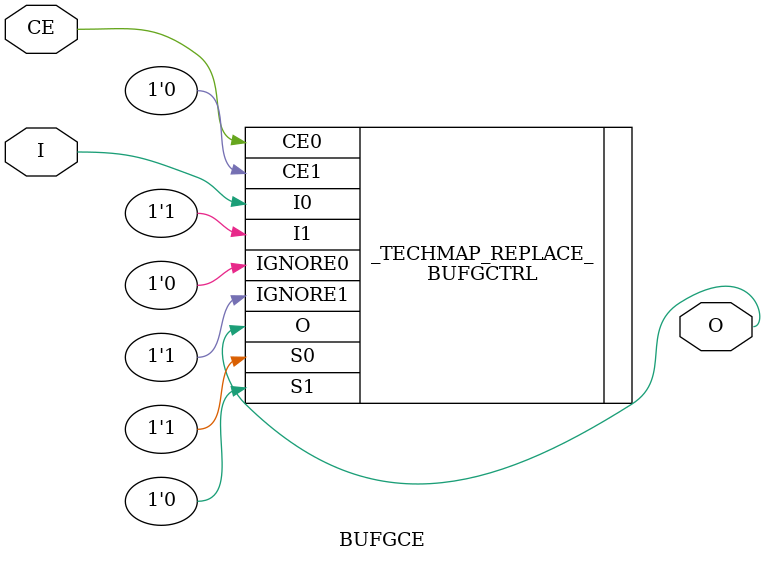
<source format=v>
module BUFGCE (
  input I,
  input CE,
  output O,
  );
  BUFGCTRL _TECHMAP_REPLACE_ (
    .O(O),
    .CE0(CE),
    .CE1(1'b0),
    .I0(I),
    .I1(1'b1),
    .IGNORE0(1'b0),
    .IGNORE1(1'b1),
    .S0(1'b1),
    .S1(1'b0)
  );
endmodule
</source>
